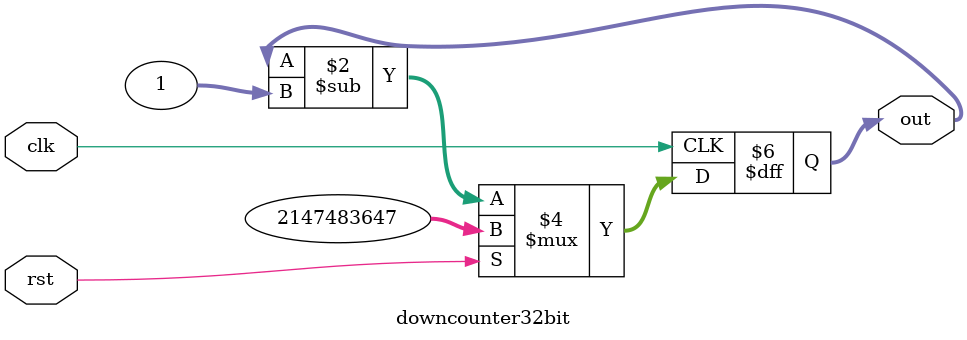
<source format=v>
/* verilator lint_off UNUSED */
/* verilator lint_off EOFNEWLINE */
/* verilator lint_off DECLFILENAME */
/* verilator lint_off BLKSEQ */
/* verilator lint_off WIDTH */
/* verilator lint_off LATCH */
    module downcounter32bit(input clk,      // Declare input port for the clock to allow counter to count up  
                      input rst,              // Declare input port for the reset to allow the counter to be reset to 0 when required  
                      output reg[31:0] out);    // Declare 4-bit output port to get the counter values  

      always @ (posedge clk) begin  
        if ( rst)  
          out <= 32'h7FFFFFFF;  
        else  
          out <= out - 1;  
      end  
    endmodule  

</source>
